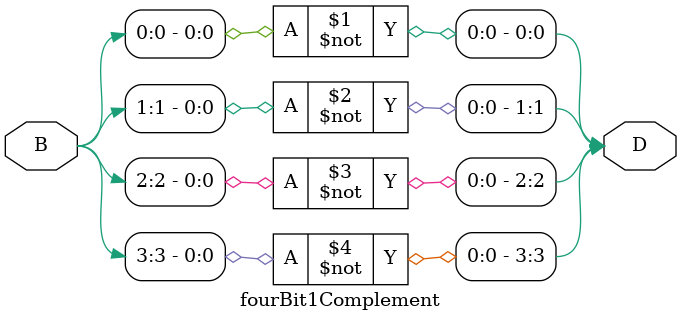
<source format=v>
`timescale 1ns / 1ps


module fourBit1Complement(
    input [3:0] B,
    output [3:0] D
    );
    assign D[0] = ~B[0];
    assign D[1] = ~B[1];
    assign D[2] = ~B[2];
    assign D[3] = ~B[3];
endmodule

</source>
